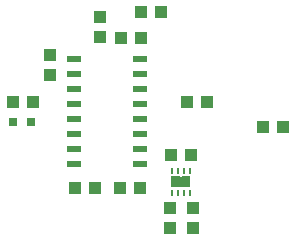
<source format=gbr>
G04 EAGLE Gerber RS-274X export*
G75*
%MOMM*%
%FSLAX34Y34*%
%LPD*%
%INSolderpaste Top*%
%IPPOS*%
%AMOC8*
5,1,8,0,0,1.08239X$1,22.5*%
G01*
%ADD10R,0.800000X0.800000*%
%ADD11R,1.000000X1.100000*%
%ADD12R,1.200000X0.600000*%
%ADD13R,1.100000X1.000000*%
%ADD14R,0.250000X0.500000*%
%ADD15R,1.600000X0.900000*%

G36*
X383436Y260806D02*
X383436Y260806D01*
X383442Y260804D01*
X383538Y260814D01*
X383549Y260820D01*
X383562Y260819D01*
X383654Y260846D01*
X383664Y260854D01*
X383677Y260856D01*
X383762Y260901D01*
X383769Y260911D01*
X383782Y260915D01*
X383857Y260976D01*
X383862Y260987D01*
X383874Y260993D01*
X383935Y261068D01*
X383938Y261079D01*
X383949Y261088D01*
X383994Y261173D01*
X383995Y261185D01*
X384003Y261196D01*
X384031Y261288D01*
X384030Y261300D01*
X384036Y261312D01*
X384046Y261408D01*
X384044Y261414D01*
X384046Y261420D01*
X384046Y269440D01*
X384044Y269446D01*
X384046Y269452D01*
X384036Y269548D01*
X384030Y269559D01*
X384031Y269572D01*
X384003Y269664D01*
X383996Y269674D01*
X383994Y269687D01*
X383949Y269772D01*
X383939Y269779D01*
X383935Y269792D01*
X383874Y269867D01*
X383863Y269872D01*
X383857Y269884D01*
X383782Y269945D01*
X383771Y269948D01*
X383762Y269959D01*
X383677Y270004D01*
X383665Y270005D01*
X383654Y270014D01*
X383562Y270041D01*
X383550Y270040D01*
X383538Y270046D01*
X383442Y270056D01*
X383436Y270054D01*
X383430Y270056D01*
X377410Y270056D01*
X377404Y270054D01*
X377398Y270056D01*
X377302Y270046D01*
X377291Y270040D01*
X377278Y270041D01*
X377186Y270014D01*
X377176Y270006D01*
X377163Y270004D01*
X377078Y269959D01*
X377071Y269949D01*
X377058Y269945D01*
X376983Y269884D01*
X376978Y269873D01*
X376966Y269867D01*
X376905Y269792D01*
X376902Y269781D01*
X376891Y269772D01*
X376846Y269687D01*
X376845Y269675D01*
X376836Y269664D01*
X376809Y269572D01*
X376810Y269560D01*
X376804Y269548D01*
X376794Y269452D01*
X376796Y269446D01*
X376794Y269440D01*
X376794Y261420D01*
X376796Y261414D01*
X376794Y261408D01*
X376804Y261312D01*
X376809Y261302D01*
X376810Y261301D01*
X376809Y261288D01*
X376836Y261196D01*
X376844Y261186D01*
X376846Y261173D01*
X376891Y261088D01*
X376901Y261081D01*
X376905Y261068D01*
X376966Y260993D01*
X376977Y260988D01*
X376983Y260976D01*
X377058Y260915D01*
X377069Y260912D01*
X377078Y260901D01*
X377163Y260856D01*
X377175Y260855D01*
X377186Y260846D01*
X377278Y260819D01*
X377290Y260820D01*
X377302Y260814D01*
X377398Y260804D01*
X377404Y260806D01*
X377410Y260804D01*
X383430Y260804D01*
X383436Y260806D01*
G37*
G36*
X374436Y260806D02*
X374436Y260806D01*
X374442Y260804D01*
X374538Y260814D01*
X374549Y260820D01*
X374562Y260819D01*
X374654Y260846D01*
X374664Y260854D01*
X374677Y260856D01*
X374762Y260901D01*
X374769Y260911D01*
X374782Y260915D01*
X374857Y260976D01*
X374862Y260987D01*
X374874Y260993D01*
X374935Y261068D01*
X374938Y261079D01*
X374949Y261088D01*
X374994Y261173D01*
X374995Y261185D01*
X375004Y261196D01*
X375031Y261288D01*
X375030Y261300D01*
X375036Y261312D01*
X375046Y261408D01*
X375044Y261414D01*
X375046Y261420D01*
X375046Y269440D01*
X375044Y269446D01*
X375046Y269452D01*
X375036Y269548D01*
X375030Y269559D01*
X375031Y269572D01*
X375004Y269664D01*
X374996Y269674D01*
X374994Y269687D01*
X374949Y269772D01*
X374939Y269779D01*
X374935Y269792D01*
X374874Y269867D01*
X374863Y269872D01*
X374857Y269884D01*
X374782Y269945D01*
X374771Y269948D01*
X374762Y269959D01*
X374677Y270004D01*
X374665Y270005D01*
X374654Y270014D01*
X374562Y270041D01*
X374550Y270040D01*
X374538Y270046D01*
X374442Y270056D01*
X374436Y270054D01*
X374430Y270056D01*
X368410Y270056D01*
X368404Y270054D01*
X368398Y270056D01*
X368302Y270046D01*
X368291Y270040D01*
X368278Y270041D01*
X368186Y270014D01*
X368176Y270006D01*
X368163Y270004D01*
X368078Y269959D01*
X368071Y269949D01*
X368058Y269945D01*
X367983Y269884D01*
X367978Y269873D01*
X367966Y269867D01*
X367905Y269792D01*
X367902Y269781D01*
X367891Y269772D01*
X367846Y269687D01*
X367845Y269675D01*
X367836Y269664D01*
X367809Y269572D01*
X367810Y269560D01*
X367804Y269548D01*
X367794Y269452D01*
X367796Y269446D01*
X367794Y269440D01*
X367794Y261420D01*
X367796Y261414D01*
X367794Y261408D01*
X367804Y261312D01*
X367809Y261302D01*
X367810Y261301D01*
X367809Y261288D01*
X367836Y261196D01*
X367844Y261186D01*
X367846Y261173D01*
X367891Y261088D01*
X367901Y261081D01*
X367905Y261068D01*
X367966Y260993D01*
X367977Y260988D01*
X367983Y260976D01*
X368058Y260915D01*
X368069Y260912D01*
X368078Y260901D01*
X368163Y260856D01*
X368175Y260855D01*
X368186Y260846D01*
X368278Y260819D01*
X368290Y260820D01*
X368302Y260814D01*
X368398Y260804D01*
X368404Y260806D01*
X368410Y260804D01*
X374430Y260804D01*
X374436Y260806D01*
G37*
D10*
X233800Y315976D03*
X248800Y315976D03*
D11*
X445607Y311658D03*
X462607Y311658D03*
X233816Y333120D03*
X250816Y333120D03*
D12*
X341690Y280670D03*
X341690Y293370D03*
X341690Y306070D03*
X341690Y318770D03*
X341690Y331470D03*
X341690Y344170D03*
X341690Y356870D03*
X341690Y369570D03*
X285690Y369570D03*
X285690Y356870D03*
X285690Y344170D03*
X285690Y331470D03*
X285690Y318770D03*
X285690Y306070D03*
X285690Y293370D03*
X285690Y280670D03*
D13*
X341240Y260350D03*
X324240Y260350D03*
X286140Y260350D03*
X303140Y260350D03*
D11*
X367030Y243450D03*
X367030Y226450D03*
X342020Y408940D03*
X359020Y408940D03*
D13*
X325510Y387350D03*
X342510Y387350D03*
D11*
X265430Y372990D03*
X265430Y355990D03*
D13*
X307340Y387740D03*
X307340Y404740D03*
D11*
X381390Y332740D03*
X398390Y332740D03*
D14*
X383420Y274930D03*
X378420Y274930D03*
X373420Y274930D03*
X368420Y274930D03*
X368420Y255930D03*
X373420Y255930D03*
X378420Y255930D03*
X383420Y255930D03*
D15*
X375920Y265430D03*
D11*
X386080Y243450D03*
X386080Y226450D03*
D13*
X367420Y288290D03*
X384420Y288290D03*
M02*

</source>
